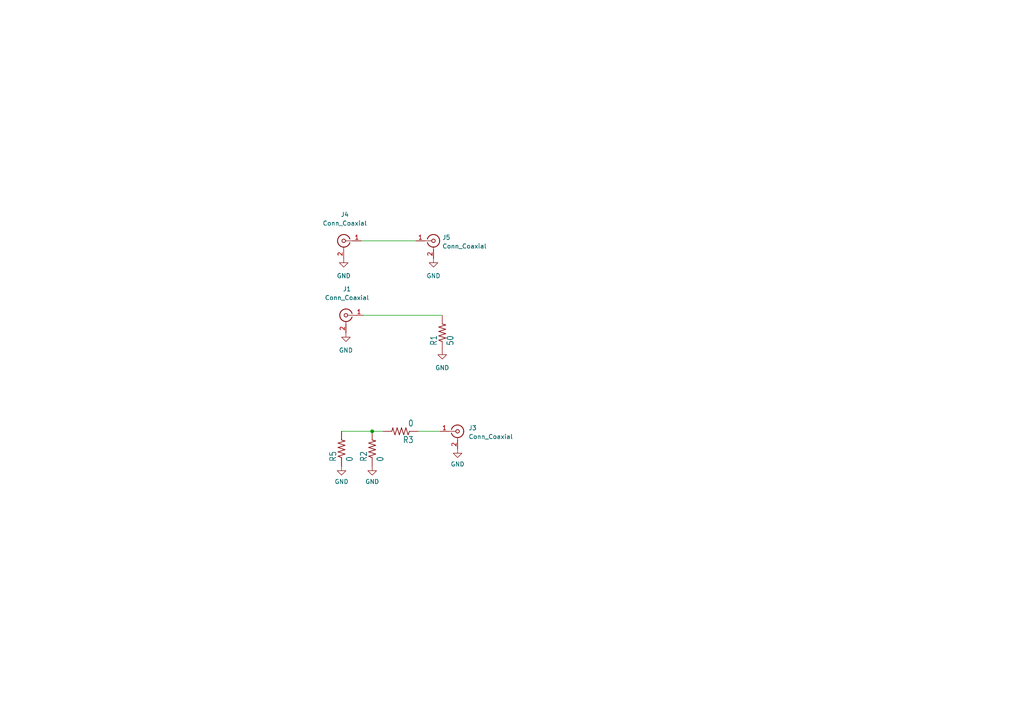
<source format=kicad_sch>
(kicad_sch (version 20211123) (generator eeschema)
  (paper "A4")
  (lib_symbols
    (symbol "Connector:Conn_Coaxial" (pin_names (offset 1.016) hide)
      (property "Reference" "J" (at 0.254 3.048 0))
      (property "Value" "Conn_Coaxial" (at 2.921 0 90))
      (symbol "Conn_Coaxial_0_1"
        (arc (start -1.778 -0.508) (mid 0.222 -1.808) (end 1.778 0) (stroke (width 0.254)))
        (polyline (pts (xy -2.54 0) (xy -0.508 0)))
        (polyline (pts (xy 0 -2.54) (xy 0 -1.778)))
        (circle (center 0 0) (radius 0.508) (stroke (width 0.2032)))
        (arc (start 1.778 0) (mid 0.222 1.8083) (end -1.778 0.508) (stroke (width 0.254)))
      )
      (symbol "Conn_Coaxial_1_1"
        (pin passive line (at -5.08 0 0) (length 2.54) (name "In") (number "1"))
        (pin passive line (at 0 -5.08 90) (length 2.54) (name "Ext") (number "2"))
      )
    )
    (symbol "HGS_Reflector-eagle-import:R-US_0603-B-NOSILK"
      (property "Reference" "R" (at -3.81 1.4986 0))
      (property "Value" "R-US_0603-B-NOSILK" (at -3.81 -3.302 0))
      (symbol "R-US_0603-B-NOSILK_1_0"
        (polyline (pts (xy -2.54 0) (xy -2.159 1.016)) (stroke (width 0.2032)))
        (polyline (pts (xy -2.159 1.016) (xy -1.524 -1.016)) (stroke (width 0.2032)))
        (polyline (pts (xy -1.524 -1.016) (xy -0.889 1.016)) (stroke (width 0.2032)))
        (polyline (pts (xy -0.889 1.016) (xy -0.254 -1.016)) (stroke (width 0.2032)))
        (polyline (pts (xy -0.254 -1.016) (xy 0.381 1.016)) (stroke (width 0.2032)))
        (polyline (pts (xy 0.381 1.016) (xy 1.016 -1.016)) (stroke (width 0.2032)))
        (polyline (pts (xy 1.016 -1.016) (xy 1.651 1.016)) (stroke (width 0.2032)))
        (polyline (pts (xy 1.651 1.016) (xy 2.286 -1.016)) (stroke (width 0.2032)))
        (polyline (pts (xy 2.286 -1.016) (xy 2.54 0)) (stroke (width 0.2032)))
        (pin passive line (at -5.08 0 0) (length 2.54) (name "1") (number "1"))
        (pin passive line (at 5.08 0 180) (length 2.54) (name "2") (number "2"))
      )
    )
    (symbol "power:GND" (power) (pin_names (offset 0))
      (property "Value" "GND" (at 0 -3.81 0))
      (symbol "GND_0_1"
        (polyline (pts (xy 0 0) (xy 0 -1.27) (xy 1.27 -1.27) (xy 0 -2.54) (xy -1.27 -1.27) (xy 0 -1.27)))
      )
      (symbol "GND_1_1"
        (pin power_in line (at 0 0 270) (length 0) hide (name "GND") (number "1"))
      )
    )
  )
  (junction (at 107.95 125.095))
  (wire (pts (xy 107.95 125.095) (xy 111.125 125.095)))
  (wire (pts (xy 99.06 125.095) (xy 107.95 125.095)))
  (wire (pts (xy 104.775 69.85) (xy 120.65 69.85)))
  (wire (pts (xy 105.41 91.44) (xy 128.27 91.44)))
  (wire (pts (xy 121.285 125.095) (xy 127.635 125.095)))
  (symbol (lib_id "power:GND") (at 100.33 96.52 0) (unit 1)
    (property "Reference" "#PWR0101" (effects hide))
    (property "Value" "GND" (at 100.33 101.6 0))
  )
  (symbol (lib_id "HGS_Reflector-eagle-import:R-US_0603-B-NOSILK") (at 99.06 130.175 90) (unit 1)
    (property "Reference" "R5" (at 97.5614 133.985 0) (effects (font (size 1.778 1.5113)) (justify left bottom)))
    (property "Value" "0" (at 102.362 133.985 0) (effects (font (size 1.778 1.5113)) (justify left bottom)))
    (property "Footprint" "HGS_Reflector:.0402-C-NOSILK" (effects hide))
  )
  (symbol (lib_id "HGS_Reflector-eagle-import:R-US_0603-B-NOSILK") (at 116.205 125.095 180) (unit 1)
    (property "Reference" "R3" (at 120.015 126.5936 0) (effects (font (size 1.778 1.5113)) (justify left bottom)))
    (property "Value" "0" (at 120.015 121.793 0) (effects (font (size 1.778 1.5113)) (justify left bottom)))
    (property "Footprint" "HGS_Reflector:.0402-C-NOSILK" (effects hide))
  )
  (symbol (lib_id "Connector:Conn_Coaxial") (at 100.33 91.44 0) (mirror y) (unit 1)
    (property "Reference" "J1" (at 100.6474 83.82 0))
    (property "Value" "Conn_Coaxial" (at 100.6474 86.36 0))
    (property "Footprint" "Cinch:CONN_142-0701-851_CIN" (effects hide))
    (property "Datasheet" "https://www.belfuse.com/resources/productinformations/cinchconnectivitysolutions/johnson/pi-ccs-john-142-0701-806.pdf" (effects hide))
    (property "M/N" "142-0701-806" (effects hide))
  )
  (symbol (lib_id "power:GND") (at 125.73 74.93 0) (unit 1)
    (property "Reference" "#PWR0107" (effects hide))
    (property "Value" "GND" (at 125.73 80.01 0))
  )
  (symbol (lib_id "power:GND") (at 132.715 130.175 0) (unit 1)
    (property "Reference" "#PWR0106" (effects hide))
    (property "Value" "GND" (at 132.715 134.62 0))
  )
  (symbol (lib_id "power:GND") (at 99.695 74.93 0) (unit 1)
    (property "Reference" "#PWR0108" (effects hide))
    (property "Value" "GND" (at 99.695 80.01 0))
  )
  (symbol (lib_id "HGS_Reflector-eagle-import:R-US_0603-B-NOSILK") (at 107.95 130.175 90) (unit 1)
    (property "Reference" "R2" (at 106.4514 133.985 0) (effects (font (size 1.778 1.5113)) (justify left bottom)))
    (property "Value" "0" (at 111.252 133.985 0) (effects (font (size 1.778 1.5113)) (justify left bottom)))
    (property "Footprint" "HGS_Reflector:.0402-C-NOSILK" (effects hide))
  )
  (symbol (lib_id "Connector:Conn_Coaxial") (at 125.73 69.85 0) (unit 1)
    (property "Reference" "J5" (at 128.27 68.8731 0) (effects (justify left)))
    (property "Value" "Conn_Coaxial" (at 128.27 71.4131 0) (effects (justify left)))
    (property "Footprint" "Cinch:CONN_142-0701-851_CIN" (effects hide))
    (property "Datasheet" "https://www.belfuse.com/resources/productinformations/cinchconnectivitysolutions/johnson/pi-ccs-john-142-0701-806.pdf" (effects hide))
    (property "M/N" "142-0701-806" (effects hide))
  )
  (symbol (lib_id "power:GND") (at 128.27 101.6 0) (unit 1)
    (property "Reference" "#PWR0102" (effects hide))
    (property "Value" "GND" (at 128.27 106.68 0))
  )
  (symbol (lib_id "power:GND") (at 107.95 135.255 0) (unit 1)
    (property "Reference" "#PWR0103" (effects hide))
    (property "Value" "GND" (at 107.95 139.7 0))
  )
  (symbol (lib_id "Connector:Conn_Coaxial") (at 99.695 69.85 0) (mirror y) (unit 1)
    (property "Reference" "J4" (at 100.0124 62.23 0))
    (property "Value" "Conn_Coaxial" (at 100.0124 64.77 0))
    (property "Footprint" "Cinch:CONN_142-0701-851_CIN" (effects hide))
    (property "Datasheet" "https://www.belfuse.com/resources/productinformations/cinchconnectivitysolutions/johnson/pi-ccs-john-142-0701-806.pdf" (effects hide))
    (property "M/N" "142-0701-806" (effects hide))
  )
  (symbol (lib_id "power:GND") (at 99.06 135.255 0) (unit 1)
    (property "Reference" "#PWR0104" (effects hide))
    (property "Value" "GND" (at 99.06 139.7 0))
  )
  (symbol (lib_id "HGS_Reflector-eagle-import:R-US_0603-B-NOSILK") (at 128.27 96.52 90) (unit 1)
    (property "Reference" "R1" (at 126.7714 100.33 0) (effects (font (size 1.778 1.5113)) (justify left bottom)))
    (property "Value" "50" (at 131.572 100.33 0) (effects (font (size 1.778 1.5113)) (justify left bottom)))
    (property "Footprint" "HGS_Reflector:.0402-C-NOSILK" (effects hide))
  )
  (symbol (lib_id "Connector:Conn_Coaxial") (at 132.715 125.095 0) (unit 1)
    (property "Reference" "J3" (at 135.89 124.1181 0) (effects (justify left)))
    (property "Value" "Conn_Coaxial" (at 135.89 126.6581 0) (effects (justify left)))
    (property "Footprint" "Cinch:CONN_142-0701-851_CIN" (effects hide))
    (property "Datasheet" "https://www.belfuse.com/resources/productinformations/cinchconnectivitysolutions/johnson/pi-ccs-john-142-0701-806.pdf" (effects hide))
    (property "M/N" "142-0701-806" (effects hide))
  )
)
</source>
